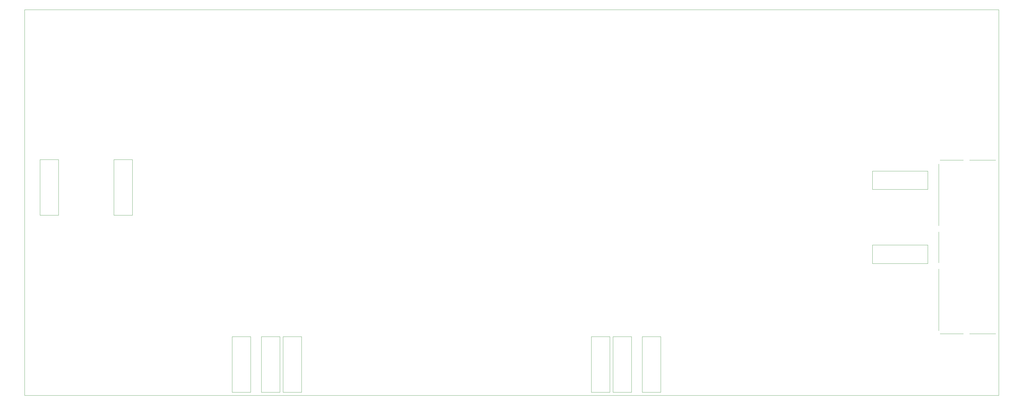
<source format=gbr>
%TF.GenerationSoftware,KiCad,Pcbnew,8.0.1*%
%TF.CreationDate,2024-06-22T21:57:48+10:00*%
%TF.ProjectId,A600KBv2,41363030-4b42-4763-922e-6b696361645f,rev?*%
%TF.SameCoordinates,Original*%
%TF.FileFunction,Profile,NP*%
%FSLAX46Y46*%
G04 Gerber Fmt 4.6, Leading zero omitted, Abs format (unit mm)*
G04 Created by KiCad (PCBNEW 8.0.1) date 2024-06-22 21:57:48*
%MOMM*%
%LPD*%
G01*
G04 APERTURE LIST*
%TA.AperFunction,Profile*%
%ADD10C,0.100000*%
%TD*%
%TA.AperFunction,Profile*%
%ADD11C,0.050000*%
%TD*%
G04 APERTURE END LIST*
D10*
X336500000Y-110000000D02*
X336500000Y-90000000D01*
X355000000Y-145000000D02*
X346500000Y-145000000D01*
X336500000Y-122000000D02*
X336500000Y-112000000D01*
D11*
X356000000Y-165000000D02*
X356000000Y-40000000D01*
X40000000Y-40000000D02*
X40000000Y-165000000D01*
X40000000Y-165000000D02*
X356000000Y-165000000D01*
D10*
X344500000Y-145000000D02*
X337000000Y-145000000D01*
D11*
X40000000Y-40000000D02*
X356000000Y-40000000D01*
D10*
X337000000Y-88750000D02*
X344500000Y-88750000D01*
X336500000Y-144000000D02*
X336500000Y-124000000D01*
X346500000Y-88750000D02*
X355000000Y-88750000D01*
%TO.C,MX4*%
D11*
X45000000Y-88600000D02*
X51000000Y-88600000D01*
X51000000Y-106600000D01*
X45000000Y-106600000D01*
X45000000Y-88600000D01*
X69000000Y-88600000D02*
X75000000Y-88600000D01*
X75000000Y-106600000D01*
X69000000Y-106600000D01*
X69000000Y-88600000D01*
%TO.C,MX68*%
X107351750Y-145975000D02*
X113351750Y-145975000D01*
X113351750Y-163975000D01*
X107351750Y-163975000D01*
X107351750Y-145975000D01*
X116851750Y-145975000D02*
X122851750Y-145975000D01*
X122851750Y-163975000D01*
X116851750Y-163975000D01*
X116851750Y-145975000D01*
X123851750Y-145975000D02*
X129851750Y-145975000D01*
X129851750Y-163975000D01*
X123851750Y-163975000D01*
X123851750Y-145975000D01*
X223851750Y-145975000D02*
X229851750Y-145975000D01*
X229851750Y-163975000D01*
X223851750Y-163975000D01*
X223851750Y-145975000D01*
X230851750Y-145975000D02*
X236851750Y-145975000D01*
X236851750Y-163975000D01*
X230851750Y-163975000D01*
X230851750Y-145975000D01*
X240351750Y-145975000D02*
X246351750Y-145975000D01*
X246351750Y-163975000D01*
X240351750Y-163975000D01*
X240351750Y-145975000D01*
%TO.C,MX71*%
X315000000Y-92250000D02*
X333000000Y-92250000D01*
X333000000Y-98250000D01*
X315000000Y-98250000D01*
X315000000Y-92250000D01*
X315000000Y-116250000D02*
X333000000Y-116250000D01*
X333000000Y-122250000D01*
X315000000Y-122250000D01*
X315000000Y-116250000D01*
%TD*%
M02*

</source>
